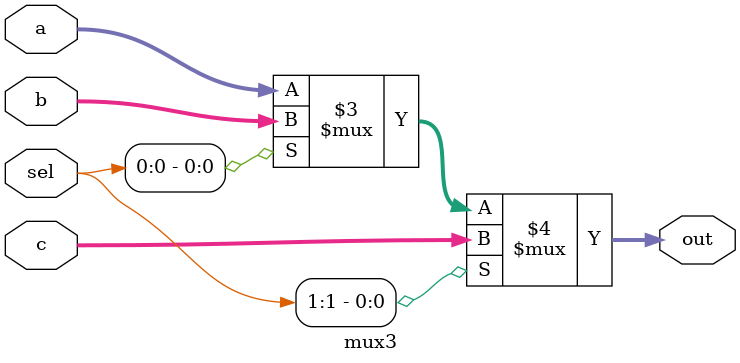
<source format=v>
module mux3 #(parameter WIDTH = 32)(
    input [WIDTH-1:0] a,
    input [WIDTH-1:0] b,
    input [WIDTH-1:0] c,
    input [1:0] sel,
    output [WIDTH-1:0] out
);
    assign out = ((sel[1] == 1 ? c: ((sel[0] == 1) ? b : a)) );
endmodule
</source>
